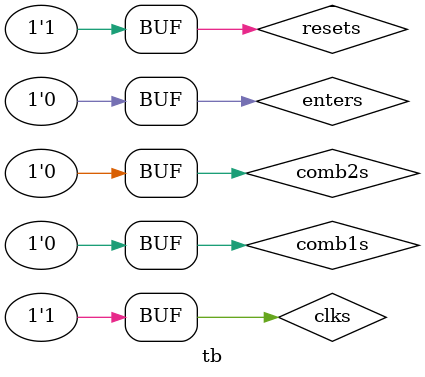
<source format=v>
`timescale 1ns / 1ps


module tb();
reg resets,comb1s,comb2s,enters,clks;
wire opens,errors;

 es2 CompToTest(resets,comb1s,comb2s,enters,opens,errors,clks);
 
 always begin
clks <= 0;
#5 clks <= 1;
#5;
end

 initial begin
 resets <= 1 ;
#10 resets<= 0;comb1s<=1;enters <= 1;
#10 comb1s<= 0;enters<=0;
#10 comb2s<= 1;enters<=1;
#10 comb2s<= 0;enters <= 0;
#10 resets<=1;
#10 resets<= 0;comb1s<=1;enters <= 1;
#10 comb1s<= 0;enters<=0;
#10 comb2s<= 0;enters<=1;
#10 comb2s<= 0;enters <= 0;
#10 resets<=1;
#10 resets<= 0;comb1s<=0;enters <= 1;
#10 comb1s<= 0;enters<=0;
#10 comb2s<= 1;enters<=1;
#10 comb2s<= 0;enters <= 0;
#10 resets<=1;
end 
endmodule

</source>
